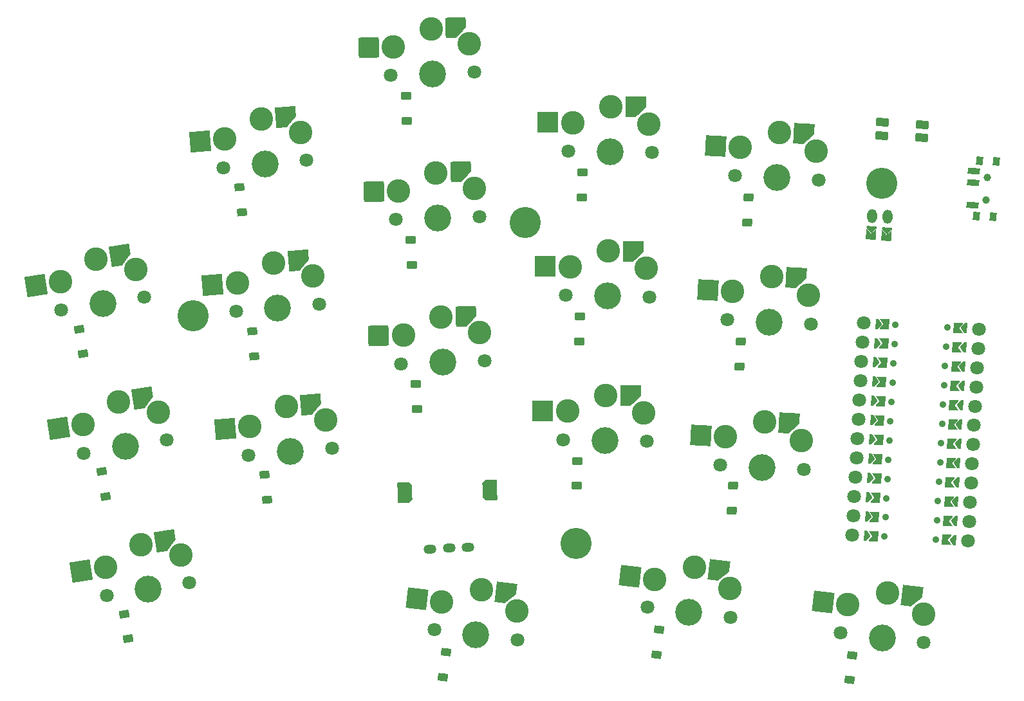
<source format=gbr>
%TF.GenerationSoftware,KiCad,Pcbnew,8.0.7*%
%TF.CreationDate,2025-02-03T11:28:03-05:00*%
%TF.ProjectId,thepcb,74686570-6362-42e6-9b69-6361645f7063,v1.0.0*%
%TF.SameCoordinates,Original*%
%TF.FileFunction,Soldermask,Top*%
%TF.FilePolarity,Negative*%
%FSLAX46Y46*%
G04 Gerber Fmt 4.6, Leading zero omitted, Abs format (unit mm)*
G04 Created by KiCad (PCBNEW 8.0.7) date 2025-02-03 11:28:03*
%MOMM*%
%LPD*%
G01*
G04 APERTURE LIST*
G04 Aperture macros list*
%AMRoundRect*
0 Rectangle with rounded corners*
0 $1 Rounding radius*
0 $2 $3 $4 $5 $6 $7 $8 $9 X,Y pos of 4 corners*
0 Add a 4 corners polygon primitive as box body*
4,1,4,$2,$3,$4,$5,$6,$7,$8,$9,$2,$3,0*
0 Add four circle primitives for the rounded corners*
1,1,$1+$1,$2,$3*
1,1,$1+$1,$4,$5*
1,1,$1+$1,$6,$7*
1,1,$1+$1,$8,$9*
0 Add four rect primitives between the rounded corners*
20,1,$1+$1,$2,$3,$4,$5,0*
20,1,$1+$1,$4,$5,$6,$7,0*
20,1,$1+$1,$6,$7,$8,$9,0*
20,1,$1+$1,$8,$9,$2,$3,0*%
%AMHorizOval*
0 Thick line with rounded ends*
0 $1 width*
0 $2 $3 position (X,Y) of the first rounded end (center of the circle)*
0 $4 $5 position (X,Y) of the second rounded end (center of the circle)*
0 Add line between two ends*
20,1,$1,$2,$3,$4,$5,0*
0 Add two circle primitives to create the rounded ends*
1,1,$1,$2,$3*
1,1,$1,$4,$5*%
%AMFreePoly0*
4,1,14,1.335355,1.335355,1.350000,1.300000,1.350000,0.000000,1.335355,-0.035355,0.035355,-1.335355,0.000000,-1.350000,-1.300000,-1.350000,-1.335355,-1.335355,-1.350000,-1.300000,-1.350000,1.300000,-1.335355,1.335355,-1.300000,1.350000,1.300000,1.350000,1.335355,1.335355,1.335355,1.335355,$1*%
%AMFreePoly1*
4,1,15,0.975355,0.935355,1.335355,0.575355,1.350000,0.540000,1.350000,-0.900000,1.335355,-0.935355,1.300000,-0.950000,-1.300000,-0.950000,-1.335355,-0.935355,-1.350000,-0.900000,-1.350000,0.540000,-1.335355,0.575355,-0.975355,0.935355,-0.940000,0.950000,0.940000,0.950000,0.975355,0.935355,0.975355,0.935355,$1*%
%AMFreePoly2*
4,1,15,1.335355,0.935355,1.350000,0.900000,1.350000,-0.540000,1.335355,-0.575355,0.975355,-0.935355,0.940000,-0.950000,-0.940000,-0.950000,-0.975355,-0.935355,-1.335355,-0.575355,-1.350000,-0.540000,-1.350000,0.900000,-1.335355,0.935355,-1.300000,0.950000,1.300000,0.950000,1.335355,0.935355,1.335355,0.935355,$1*%
%AMFreePoly3*
4,1,16,-0.214645,0.660355,-0.210957,0.656235,0.289043,0.031235,0.299694,-0.005522,0.289043,-0.031235,-0.210957,-0.656235,-0.244478,-0.674694,-0.250000,-0.675000,-0.500000,-0.675000,-0.535355,-0.660355,-0.550000,-0.625000,-0.550000,0.625000,-0.535355,0.660355,-0.500000,0.675000,-0.250000,0.675000,-0.214645,0.660355,-0.214645,0.660355,$1*%
%AMFreePoly4*
4,1,16,0.535355,0.660355,0.550000,0.625000,0.550000,-0.625000,0.535355,-0.660355,0.500000,-0.675000,-0.650000,-0.675000,-0.685355,-0.660355,-0.700000,-0.625000,-0.689043,-0.593765,-0.214031,0.000000,-0.689043,0.593765,-0.699694,0.630522,-0.681235,0.664043,-0.650000,0.675000,0.500000,0.675000,0.535355,0.660355,0.535355,0.660355,$1*%
%AMFreePoly5*
4,1,16,0.635355,0.285355,0.650000,0.250000,0.650000,-1.000000,0.635355,-1.035355,0.600000,-1.050000,0.564645,-1.035355,0.000000,-0.470710,-0.564645,-1.035355,-0.600000,-1.050000,-0.635355,-1.035355,-0.650000,-1.000000,-0.650000,0.250000,-0.635355,0.285355,-0.600000,0.300000,0.600001,0.300000,0.635355,0.285355,0.635355,0.285355,$1*%
%AMFreePoly6*
4,1,14,0.035355,0.435355,0.635355,-0.164645,0.650000,-0.200000,0.650000,-0.400000,0.635355,-0.435355,0.600000,-0.450000,-0.600000,-0.450000,-0.635355,-0.435355,-0.650000,-0.400000,-0.650000,-0.200000,-0.635355,-0.164645,-0.035355,0.435355,0.000000,0.450000,0.035355,0.435355,0.035355,0.435355,$1*%
G04 Aperture macros list end*
%ADD10C,4.100000*%
%ADD11RoundRect,0.050000X0.592055X-0.460403X0.607762X0.439460X-0.592055X0.460403X-0.607762X-0.439460X0*%
%ADD12C,1.801800*%
%ADD13C,3.100000*%
%ADD14C,3.529000*%
%ADD15FreePoly0,2.000000*%
%ADD16RoundRect,0.050000X-1.253839X-1.344577X1.344577X-1.253839X1.253839X1.344577X-1.344577X1.253839X0*%
%ADD17RoundRect,0.050000X0.615339X-0.428786X0.583930X0.470666X-0.615339X0.428786X-0.583930X-0.470666X0*%
%ADD18FreePoly0,359.000000*%
%ADD19RoundRect,0.050000X-1.322490X-1.277114X1.277114X-1.322490X1.322490X1.277114X-1.277114X1.322490X0*%
%ADD20RoundRect,0.050000X0.575627X-0.480785X0.622729X0.417982X-0.575627X0.480785X-0.622729X-0.417982X0*%
%ADD21RoundRect,0.050000X0.540686X-0.519767X0.650369X0.373524X-0.540686X0.519767X-0.650369X-0.373524X0*%
%ADD22RoundRect,0.050000X0.663009X-0.350599X0.522217X0.538320X-0.663009X0.350599X-0.522217X-0.538320X0*%
%ADD23FreePoly0,9.000000*%
%ADD24RoundRect,0.050000X-1.080630X-1.487360X1.487360X-1.080630X1.080630X1.487360X-1.487360X1.080630X0*%
%ADD25RoundRect,0.050000X0.373284X-0.520249X0.425620X0.478380X-0.373284X0.520249X-0.425620X-0.478380X0*%
%ADD26C,1.000000*%
%ADD27RoundRect,0.050000X0.730655X-0.388772X0.767290X0.310268X-0.730655X0.388772X-0.767290X-0.310268X0*%
%ADD28FreePoly0,353.000000*%
%ADD29RoundRect,0.050000X-1.448740X-1.131880X1.131880X-1.448740X1.448740X1.131880X-1.131880X1.448740X0*%
%ADD30RoundRect,0.050000X0.800106X0.458754X-0.747770X0.539875X-0.800106X-0.458754X0.747770X-0.539875X0*%
%ADD31FreePoly0,357.000000*%
%ADD32RoundRect,0.050000X-1.366255X-1.230182X1.230182X-1.366255X1.366255X1.230182X-1.230182X1.366255X0*%
%ADD33FreePoly0,5.000000*%
%ADD34RoundRect,0.050000X-1.181751X-1.408356X1.408356X-1.181751X1.181751X1.408356X-1.408356X1.181751X0*%
%ADD35RoundRect,0.050000X0.636937X-0.395994X0.558497X0.500581X-0.636937X0.395994X-0.558497X-0.500581X0*%
%ADD36FreePoly1,272.000000*%
%ADD37FreePoly2,272.000000*%
%ADD38HorizOval,1.200000X0.249848X0.008725X-0.249848X-0.008725X0*%
%ADD39FreePoly3,177.000000*%
%ADD40C,1.800000*%
%ADD41FreePoly3,357.000000*%
%ADD42C,0.900000*%
%ADD43FreePoly4,177.000000*%
%ADD44FreePoly4,357.000000*%
%ADD45FreePoly5,177.000000*%
%ADD46HorizOval,1.300000X-0.014392X-0.274623X0.014392X0.274623X0*%
%ADD47FreePoly6,177.000000*%
G04 APERTURE END LIST*
D10*
%TO.C,*%
X237807020Y-94103474D03*
%TD*%
D11*
%TO.C,D10*%
X244603575Y-128766732D03*
X244661167Y-125467234D03*
%TD*%
D12*
%TO.C,S7*%
X221445567Y-112685800D03*
D13*
X221814390Y-108920635D03*
X226734565Y-106547478D03*
X226734565Y-106547478D03*
D14*
X226942217Y-112493853D03*
D13*
X231808298Y-108571640D03*
D12*
X232438867Y-112301906D03*
D15*
X230007570Y-106433182D03*
D16*
X218541385Y-109034931D03*
%TD*%
D17*
%TO.C,D8*%
X222892461Y-99677380D03*
X222777293Y-96379390D03*
%TD*%
D10*
%TO.C,*%
X244471809Y-136315581D03*
%TD*%
D12*
%TO.C,S11*%
X243141047Y-103687387D03*
D13*
X243706417Y-99946684D03*
X248744051Y-97834281D03*
X248744051Y-97834281D03*
D14*
X248640209Y-103783375D03*
D13*
X253704894Y-100121208D03*
D12*
X254139371Y-103879363D03*
D18*
X252018552Y-97891438D03*
D19*
X240431916Y-99889527D03*
%TD*%
D20*
%TO.C,D15*%
X266993066Y-94057595D03*
X267165774Y-90762117D03*
%TD*%
D21*
%TO.C,D17*%
X255041150Y-150950955D03*
X255443318Y-147675553D03*
%TD*%
D22*
%TO.C,D3*%
X179619707Y-111371798D03*
X179103473Y-108112426D03*
%TD*%
D12*
%TO.C,S9*%
X220119386Y-74708948D03*
D13*
X220488209Y-70943783D03*
X225408384Y-68570626D03*
X225408384Y-68570626D03*
D14*
X225616036Y-74517001D03*
D13*
X230482117Y-70594788D03*
D12*
X231112686Y-74325054D03*
D15*
X228681389Y-68456330D03*
D16*
X217215204Y-71058079D03*
%TD*%
D17*
%TO.C,D7*%
X223555551Y-118665806D03*
X223440383Y-115367816D03*
%TD*%
D12*
%TO.C,S2*%
X179768925Y-124459588D03*
D13*
X179676140Y-120677539D03*
X184270426Y-117722452D03*
X184270426Y-117722452D03*
D14*
X185201211Y-123599198D03*
D13*
X189553023Y-119113194D03*
D12*
X190633497Y-122738808D03*
D23*
X187505105Y-117210130D03*
D24*
X176441461Y-121189862D03*
%TD*%
D25*
%TO.C,PWR1*%
X297574453Y-85946986D03*
X297192401Y-93236981D03*
D26*
X298570410Y-88152132D03*
X298413402Y-91148021D03*
D25*
X299781424Y-86062648D03*
X299399372Y-93352644D03*
D27*
X296616562Y-91804882D03*
X296773570Y-88808993D03*
X296852074Y-87311049D03*
%TD*%
D22*
%TO.C,D2*%
X182591962Y-130137877D03*
X182075728Y-126878505D03*
%TD*%
D12*
%TO.C,S18*%
X279302062Y-148085005D03*
D13*
X280255345Y-144423891D03*
X285486189Y-142849636D03*
X285486189Y-142849636D03*
D14*
X284761066Y-148755286D03*
D13*
X290180807Y-145642585D03*
D12*
X290220070Y-149425567D03*
D28*
X288736777Y-143248758D03*
D29*
X277004757Y-144024769D03*
%TD*%
D17*
%TO.C,D9*%
X222229370Y-80688954D03*
X222114202Y-77390964D03*
%TD*%
D30*
%TO.C,RST1*%
X290022267Y-81205236D03*
X289933296Y-82902906D03*
X284779462Y-80930472D03*
X284690491Y-82628142D03*
%TD*%
D10*
%TO.C,*%
X194119249Y-106392263D03*
%TD*%
D12*
%TO.C,S13*%
X263466651Y-126025398D03*
D13*
X264162225Y-122306705D03*
X269270512Y-120371400D03*
X269270512Y-120371400D03*
D14*
X268959113Y-126313246D03*
D13*
X274148521Y-122830065D03*
D12*
X274451575Y-126601094D03*
D31*
X272541024Y-120542801D03*
D32*
X260891713Y-122135305D03*
%TD*%
D12*
%TO.C,S5*%
X199761981Y-105811299D03*
D13*
X199933241Y-102031991D03*
X204722475Y-99404584D03*
X204722475Y-99404584D03*
D14*
X205241052Y-105331942D03*
D13*
X209895191Y-101160433D03*
D12*
X210720123Y-104852585D03*
D33*
X207985013Y-99119148D03*
D34*
X196670707Y-102317426D03*
%TD*%
D21*
%TO.C,D16*%
X226993954Y-153936727D03*
X227396122Y-150661325D03*
%TD*%
%TO.C,D18*%
X280450591Y-154321461D03*
X280852759Y-151046059D03*
%TD*%
D12*
%TO.C,S3*%
X176796670Y-105649458D03*
D13*
X176703885Y-101867409D03*
X181298171Y-98912322D03*
X181298171Y-98912322D03*
D14*
X182228956Y-104789068D03*
D13*
X186580768Y-100303064D03*
D12*
X187661242Y-103928678D03*
D23*
X184532850Y-98400000D03*
D24*
X173469206Y-102379732D03*
%TD*%
D12*
%TO.C,S16*%
X225845426Y-147700271D03*
D13*
X226798709Y-144039157D03*
X232029553Y-142464902D03*
X232029553Y-142464902D03*
D14*
X231304430Y-148370552D03*
D13*
X236724171Y-145257851D03*
D12*
X236763434Y-149040833D03*
D28*
X235280141Y-142864024D03*
D29*
X223548121Y-143640035D03*
%TD*%
D20*
%TO.C,D13*%
X265004299Y-132005517D03*
X265177007Y-128710039D03*
%TD*%
D10*
%TO.C,*%
X284685852Y-88926532D03*
%TD*%
D35*
%TO.C,D4*%
X203838003Y-130600379D03*
X203550389Y-127312937D03*
%TD*%
D20*
%TO.C,D14*%
X265998683Y-113031556D03*
X266171391Y-109736078D03*
%TD*%
D35*
%TO.C,D5*%
X202182043Y-111672680D03*
X201894429Y-108385238D03*
%TD*%
D12*
%TO.C,S6*%
X198106022Y-86883600D03*
D13*
X198277282Y-83104292D03*
X203066516Y-80476885D03*
X203066516Y-80476885D03*
D14*
X203585093Y-86404243D03*
D13*
X208239232Y-82232734D03*
D12*
X209064164Y-85924886D03*
D33*
X206329054Y-80191449D03*
D34*
X195014748Y-83389727D03*
%TD*%
D11*
%TO.C,D12*%
X245266767Y-90772519D03*
X245324359Y-87473021D03*
%TD*%
D12*
%TO.C,S8*%
X220782476Y-93697374D03*
D13*
X221151299Y-89932209D03*
X226071474Y-87559052D03*
X226071474Y-87559052D03*
D14*
X226279126Y-93505427D03*
D13*
X231145207Y-89583214D03*
D12*
X231775776Y-93313480D03*
D15*
X229344479Y-87444756D03*
D16*
X217878294Y-90046505D03*
%TD*%
D11*
%TO.C,D11*%
X244935171Y-109769625D03*
X244992763Y-106470127D03*
%TD*%
D12*
%TO.C,S1*%
X182741180Y-143225666D03*
D13*
X182648395Y-139443617D03*
X187242681Y-136488530D03*
X187242681Y-136488530D03*
D14*
X188173466Y-142365276D03*
D13*
X192525278Y-137879272D03*
D12*
X193605752Y-141504886D03*
D23*
X190477360Y-135976208D03*
D24*
X179413716Y-139955940D03*
%TD*%
D12*
%TO.C,S4*%
X201417940Y-124738998D03*
D13*
X201589200Y-120959690D03*
X206378434Y-118332283D03*
X206378434Y-118332283D03*
D14*
X206897011Y-124259641D03*
D13*
X211551150Y-120088132D03*
D12*
X212376082Y-123780284D03*
D33*
X209640972Y-118046847D03*
D34*
X198326666Y-121245125D03*
%TD*%
D12*
%TO.C,S10*%
X242809452Y-122684493D03*
D13*
X243374822Y-118943790D03*
X248412456Y-116831387D03*
X248412456Y-116831387D03*
D14*
X248308614Y-122780481D03*
D13*
X253373299Y-119118314D03*
D12*
X253807776Y-122876469D03*
D18*
X251686957Y-116888544D03*
D19*
X240100321Y-118886633D03*
%TD*%
D35*
%TO.C,D6*%
X200526084Y-92744981D03*
X200238470Y-89457539D03*
%TD*%
D22*
%TO.C,D1*%
X185564216Y-148903955D03*
X185047982Y-145644583D03*
%TD*%
D12*
%TO.C,S12*%
X243472643Y-84690281D03*
D13*
X244038013Y-80949578D03*
X249075647Y-78837175D03*
X249075647Y-78837175D03*
D14*
X248971805Y-84786269D03*
D13*
X254036490Y-81124102D03*
D12*
X254470967Y-84882257D03*
D18*
X252350148Y-78894332D03*
D19*
X240763512Y-80892421D03*
%TD*%
D12*
%TO.C,S15*%
X265412302Y-87916447D03*
D13*
X266107876Y-84197754D03*
X271216163Y-82262449D03*
X271216163Y-82262449D03*
D14*
X270904764Y-88204295D03*
D13*
X276094172Y-84721114D03*
D12*
X276397226Y-88492143D03*
D31*
X274486675Y-82433850D03*
D32*
X262837364Y-84026354D03*
%TD*%
D12*
%TO.C,S14*%
X264417919Y-106890409D03*
D13*
X265113493Y-103171716D03*
X270221780Y-101236411D03*
X270221780Y-101236411D03*
D14*
X269910381Y-107178257D03*
D13*
X275099789Y-103695076D03*
D12*
X275402843Y-107466105D03*
D31*
X273492292Y-101407812D03*
D32*
X261842981Y-103000316D03*
%TD*%
D36*
%TO.C,RE1*%
X221938919Y-129678934D03*
D37*
X233132097Y-129288060D03*
D38*
X230295731Y-136891679D03*
X227797254Y-136978928D03*
X225298777Y-137066177D03*
%TD*%
D12*
%TO.C,S17*%
X253892621Y-144714500D03*
D13*
X254845904Y-141053386D03*
X260076748Y-139479131D03*
X260076748Y-139479131D03*
D14*
X259351625Y-145384781D03*
D13*
X264771366Y-142272080D03*
D12*
X264810629Y-146055062D03*
D28*
X263327336Y-139878253D03*
D29*
X251595316Y-140654264D03*
%TD*%
D39*
%TO.C,MCU1*%
X295411588Y-108014032D03*
D40*
X297528683Y-108124984D03*
D39*
X295278655Y-110550551D03*
D40*
X297395749Y-110661503D03*
D39*
X295145721Y-113087070D03*
D40*
X297262816Y-113198022D03*
D39*
X295012788Y-115623589D03*
D40*
X297129883Y-115734541D03*
D39*
X294879855Y-118160108D03*
D40*
X296996949Y-118271060D03*
D39*
X294746921Y-120696627D03*
D40*
X296864016Y-120807579D03*
D39*
X294613988Y-123233146D03*
D40*
X296731083Y-123344098D03*
D39*
X294481055Y-125769665D03*
D40*
X296598149Y-125880617D03*
D39*
X294348121Y-128306184D03*
D40*
X296465216Y-128417136D03*
D39*
X294215188Y-130842703D03*
D40*
X296332283Y-130953655D03*
D39*
X294082255Y-133379222D03*
D40*
X296199349Y-133490174D03*
D39*
X293949321Y-135915741D03*
D40*
X296066416Y-136026693D03*
X280847302Y-135229093D03*
D41*
X282964397Y-135340045D03*
D40*
X280980235Y-132692574D03*
D41*
X283097330Y-132803526D03*
D40*
X281113169Y-130156055D03*
D41*
X283230263Y-130267007D03*
D40*
X281246102Y-127619536D03*
D41*
X283363197Y-127730488D03*
D40*
X281379035Y-125083017D03*
D41*
X283496130Y-125193969D03*
D40*
X281511969Y-122546498D03*
D41*
X283629063Y-122657450D03*
D40*
X281644902Y-120009979D03*
D41*
X283761997Y-120120931D03*
D40*
X281777835Y-117473460D03*
D41*
X283894930Y-117584412D03*
D40*
X281910769Y-114936941D03*
D41*
X284027863Y-115047893D03*
D40*
X282043702Y-112400422D03*
D41*
X284160797Y-112511374D03*
D40*
X282176635Y-109863903D03*
D41*
X284293730Y-109974855D03*
D40*
X282309569Y-107327384D03*
D41*
X284426663Y-107438336D03*
D42*
X293314466Y-107904126D03*
D43*
X294687582Y-107976088D03*
D42*
X293181533Y-110440645D03*
D43*
X294554648Y-110512607D03*
D42*
X293048599Y-112977164D03*
D43*
X294421715Y-113049126D03*
D42*
X292915666Y-115513683D03*
D43*
X294288782Y-115585645D03*
D42*
X292782733Y-118050202D03*
D43*
X294155848Y-118122164D03*
D42*
X292649799Y-120586721D03*
D43*
X294022915Y-120658683D03*
D42*
X292516866Y-123123240D03*
D43*
X293889982Y-123195202D03*
D42*
X292383933Y-125659759D03*
D43*
X293757048Y-125731721D03*
D42*
X292250999Y-128196278D03*
D43*
X293624115Y-128268240D03*
D42*
X292118066Y-130732797D03*
D43*
X293491182Y-130804759D03*
D42*
X291985133Y-133269316D03*
D43*
X293358248Y-133341278D03*
D42*
X291852199Y-135805835D03*
D43*
X293225315Y-135877797D03*
D44*
X283688403Y-135377989D03*
D42*
X285061519Y-135449951D03*
D44*
X283821336Y-132841470D03*
D42*
X285194452Y-132913432D03*
D44*
X283954270Y-130304951D03*
D42*
X285327385Y-130376913D03*
D44*
X284087203Y-127768432D03*
D42*
X285460319Y-127840394D03*
D44*
X284220136Y-125231913D03*
D42*
X285593252Y-125303875D03*
D44*
X284353070Y-122695394D03*
D42*
X285726185Y-122767356D03*
D44*
X284486003Y-120158875D03*
D42*
X285859119Y-120230837D03*
D44*
X284618936Y-117622356D03*
D42*
X285992052Y-117694318D03*
D44*
X284751870Y-115085837D03*
D42*
X286124985Y-115157799D03*
D44*
X284884803Y-112549318D03*
D42*
X286257919Y-112621280D03*
D44*
X285017736Y-110012799D03*
D42*
X286390852Y-110084761D03*
D44*
X285150670Y-107476280D03*
D42*
X286523785Y-107548242D03*
%TD*%
D45*
%TO.C,JST1*%
X283309566Y-96080307D03*
X285306825Y-96184979D03*
D46*
X283456944Y-93268166D03*
X285454204Y-93372838D03*
D47*
X283362740Y-95065699D03*
X285359999Y-95170371D03*
%TD*%
M02*

</source>
